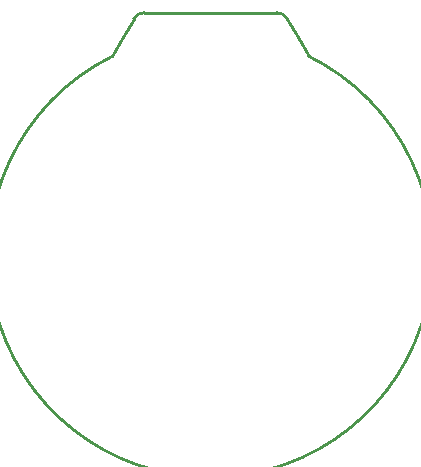
<source format=gko>
G04*
G04 #@! TF.GenerationSoftware,Altium Limited,Altium Designer,22.0.2 (36)*
G04*
G04 Layer_Color=16711935*
%FSLAX25Y25*%
%MOIN*%
G70*
G04*
G04 #@! TF.SameCoordinates,9873FD8C-C369-40C8-B75A-0789E1F0109A*
G04*
G04*
G04 #@! TF.FilePolarity,Positive*
G04*
G01*
G75*
%ADD11C,0.01000*%
D11*
X25464Y77901D02*
G03*
X22056Y79871I-3410J-1968D01*
G01*
X-32721Y65358D02*
G03*
X32651Y65393I32721J-66358D01*
G01*
X-22187Y79887D02*
G03*
X-25603Y77909I-1J-3937D01*
G01*
X29088Y71622D02*
X32665Y65422D01*
X25464Y77901D02*
X29088Y71622D01*
X-22187Y79887D02*
X22056Y79871D01*
X-29213Y71615D02*
X-25603Y77909D01*
X-32758Y65433D02*
X-29213Y71615D01*
M02*

</source>
